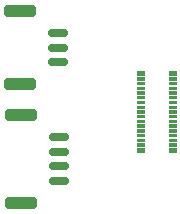
<source format=gbr>
%TF.GenerationSoftware,KiCad,Pcbnew,7.0.10*%
%TF.CreationDate,2024-02-02T13:19:37-05:00*%
%TF.ProjectId,quad_radio_adapter,71756164-5f72-4616-9469-6f5f61646170,rev?*%
%TF.SameCoordinates,Original*%
%TF.FileFunction,Paste,Bot*%
%TF.FilePolarity,Positive*%
%FSLAX46Y46*%
G04 Gerber Fmt 4.6, Leading zero omitted, Abs format (unit mm)*
G04 Created by KiCad (PCBNEW 7.0.10) date 2024-02-02 13:19:37*
%MOMM*%
%LPD*%
G01*
G04 APERTURE LIST*
G04 Aperture macros list*
%AMRoundRect*
0 Rectangle with rounded corners*
0 $1 Rounding radius*
0 $2 $3 $4 $5 $6 $7 $8 $9 X,Y pos of 4 corners*
0 Add a 4 corners polygon primitive as box body*
4,1,4,$2,$3,$4,$5,$6,$7,$8,$9,$2,$3,0*
0 Add four circle primitives for the rounded corners*
1,1,$1+$1,$2,$3*
1,1,$1+$1,$4,$5*
1,1,$1+$1,$6,$7*
1,1,$1+$1,$8,$9*
0 Add four rect primitives between the rounded corners*
20,1,$1+$1,$2,$3,$4,$5,0*
20,1,$1+$1,$4,$5,$6,$7,0*
20,1,$1+$1,$6,$7,$8,$9,0*
20,1,$1+$1,$8,$9,$2,$3,0*%
G04 Aperture macros list end*
%ADD10C,0.010000*%
%ADD11RoundRect,0.150000X0.700000X-0.150000X0.700000X0.150000X-0.700000X0.150000X-0.700000X-0.150000X0*%
%ADD12RoundRect,0.250000X1.100000X-0.250000X1.100000X0.250000X-1.100000X0.250000X-1.100000X-0.250000X0*%
G04 APERTURE END LIST*
%TO.C,J1*%
D10*
X105663000Y-96875000D02*
X105047000Y-96875000D01*
X105047000Y-96575000D01*
X105663000Y-96575000D01*
X105663000Y-96875000D01*
G36*
X105663000Y-96875000D02*
G01*
X105047000Y-96875000D01*
X105047000Y-96575000D01*
X105663000Y-96575000D01*
X105663000Y-96875000D01*
G37*
X102953000Y-96875000D02*
X102337000Y-96875000D01*
X102337000Y-96575000D01*
X102953000Y-96575000D01*
X102953000Y-96875000D01*
G36*
X102953000Y-96875000D02*
G01*
X102337000Y-96875000D01*
X102337000Y-96575000D01*
X102953000Y-96575000D01*
X102953000Y-96875000D01*
G37*
X105657400Y-97300000D02*
X105052600Y-97300000D01*
X105052600Y-97100000D01*
X105657400Y-97100000D01*
X105657400Y-97300000D01*
G36*
X105657400Y-97300000D02*
G01*
X105052600Y-97300000D01*
X105052600Y-97100000D01*
X105657400Y-97100000D01*
X105657400Y-97300000D01*
G37*
X102947400Y-97300000D02*
X102342600Y-97300000D01*
X102342600Y-97100000D01*
X102947400Y-97100000D01*
X102947400Y-97300000D01*
G36*
X102947400Y-97300000D02*
G01*
X102342600Y-97300000D01*
X102342600Y-97100000D01*
X102947400Y-97100000D01*
X102947400Y-97300000D01*
G37*
X105657400Y-97700000D02*
X105052600Y-97700000D01*
X105052600Y-97500000D01*
X105657400Y-97500000D01*
X105657400Y-97700000D01*
G36*
X105657400Y-97700000D02*
G01*
X105052600Y-97700000D01*
X105052600Y-97500000D01*
X105657400Y-97500000D01*
X105657400Y-97700000D01*
G37*
X102947400Y-97700000D02*
X102342600Y-97700000D01*
X102342600Y-97500000D01*
X102947400Y-97500000D01*
X102947400Y-97700000D01*
G36*
X102947400Y-97700000D02*
G01*
X102342600Y-97700000D01*
X102342600Y-97500000D01*
X102947400Y-97500000D01*
X102947400Y-97700000D01*
G37*
X105657400Y-98100000D02*
X105052600Y-98100000D01*
X105052600Y-97900000D01*
X105657400Y-97900000D01*
X105657400Y-98100000D01*
G36*
X105657400Y-98100000D02*
G01*
X105052600Y-98100000D01*
X105052600Y-97900000D01*
X105657400Y-97900000D01*
X105657400Y-98100000D01*
G37*
X102947400Y-98100000D02*
X102342600Y-98100000D01*
X102342600Y-97900000D01*
X102947400Y-97900000D01*
X102947400Y-98100000D01*
G36*
X102947400Y-98100000D02*
G01*
X102342600Y-98100000D01*
X102342600Y-97900000D01*
X102947400Y-97900000D01*
X102947400Y-98100000D01*
G37*
X105657400Y-98500000D02*
X105052600Y-98500000D01*
X105052600Y-98300000D01*
X105657400Y-98300000D01*
X105657400Y-98500000D01*
G36*
X105657400Y-98500000D02*
G01*
X105052600Y-98500000D01*
X105052600Y-98300000D01*
X105657400Y-98300000D01*
X105657400Y-98500000D01*
G37*
X102947400Y-98500000D02*
X102342600Y-98500000D01*
X102342600Y-98300000D01*
X102947400Y-98300000D01*
X102947400Y-98500000D01*
G36*
X102947400Y-98500000D02*
G01*
X102342600Y-98500000D01*
X102342600Y-98300000D01*
X102947400Y-98300000D01*
X102947400Y-98500000D01*
G37*
X105657400Y-98900000D02*
X105052600Y-98900000D01*
X105052600Y-98700000D01*
X105657400Y-98700000D01*
X105657400Y-98900000D01*
G36*
X105657400Y-98900000D02*
G01*
X105052600Y-98900000D01*
X105052600Y-98700000D01*
X105657400Y-98700000D01*
X105657400Y-98900000D01*
G37*
X102947400Y-98900000D02*
X102342600Y-98900000D01*
X102342600Y-98700000D01*
X102947400Y-98700000D01*
X102947400Y-98900000D01*
G36*
X102947400Y-98900000D02*
G01*
X102342600Y-98900000D01*
X102342600Y-98700000D01*
X102947400Y-98700000D01*
X102947400Y-98900000D01*
G37*
X105657400Y-99300000D02*
X105052600Y-99300000D01*
X105052600Y-99100000D01*
X105657400Y-99100000D01*
X105657400Y-99300000D01*
G36*
X105657400Y-99300000D02*
G01*
X105052600Y-99300000D01*
X105052600Y-99100000D01*
X105657400Y-99100000D01*
X105657400Y-99300000D01*
G37*
X102947400Y-99300000D02*
X102342600Y-99300000D01*
X102342600Y-99100000D01*
X102947400Y-99100000D01*
X102947400Y-99300000D01*
G36*
X102947400Y-99300000D02*
G01*
X102342600Y-99300000D01*
X102342600Y-99100000D01*
X102947400Y-99100000D01*
X102947400Y-99300000D01*
G37*
X105657400Y-99700000D02*
X105052600Y-99700000D01*
X105052600Y-99500000D01*
X105657400Y-99500000D01*
X105657400Y-99700000D01*
G36*
X105657400Y-99700000D02*
G01*
X105052600Y-99700000D01*
X105052600Y-99500000D01*
X105657400Y-99500000D01*
X105657400Y-99700000D01*
G37*
X102947400Y-99700000D02*
X102342600Y-99700000D01*
X102342600Y-99500000D01*
X102947400Y-99500000D01*
X102947400Y-99700000D01*
G36*
X102947400Y-99700000D02*
G01*
X102342600Y-99700000D01*
X102342600Y-99500000D01*
X102947400Y-99500000D01*
X102947400Y-99700000D01*
G37*
X105657400Y-100100000D02*
X105052600Y-100100000D01*
X105052600Y-99900000D01*
X105657400Y-99900000D01*
X105657400Y-100100000D01*
G36*
X105657400Y-100100000D02*
G01*
X105052600Y-100100000D01*
X105052600Y-99900000D01*
X105657400Y-99900000D01*
X105657400Y-100100000D01*
G37*
X102947400Y-100100000D02*
X102342600Y-100100000D01*
X102342600Y-99900000D01*
X102947400Y-99900000D01*
X102947400Y-100100000D01*
G36*
X102947400Y-100100000D02*
G01*
X102342600Y-100100000D01*
X102342600Y-99900000D01*
X102947400Y-99900000D01*
X102947400Y-100100000D01*
G37*
X105657400Y-100500000D02*
X105052600Y-100500000D01*
X105052600Y-100300000D01*
X105657400Y-100300000D01*
X105657400Y-100500000D01*
G36*
X105657400Y-100500000D02*
G01*
X105052600Y-100500000D01*
X105052600Y-100300000D01*
X105657400Y-100300000D01*
X105657400Y-100500000D01*
G37*
X102947400Y-100500000D02*
X102342600Y-100500000D01*
X102342600Y-100300000D01*
X102947400Y-100300000D01*
X102947400Y-100500000D01*
G36*
X102947400Y-100500000D02*
G01*
X102342600Y-100500000D01*
X102342600Y-100300000D01*
X102947400Y-100300000D01*
X102947400Y-100500000D01*
G37*
X105657400Y-100900000D02*
X105052600Y-100900000D01*
X105052600Y-100700000D01*
X105657400Y-100700000D01*
X105657400Y-100900000D01*
G36*
X105657400Y-100900000D02*
G01*
X105052600Y-100900000D01*
X105052600Y-100700000D01*
X105657400Y-100700000D01*
X105657400Y-100900000D01*
G37*
X102947400Y-100900000D02*
X102342600Y-100900000D01*
X102342600Y-100700000D01*
X102947400Y-100700000D01*
X102947400Y-100900000D01*
G36*
X102947400Y-100900000D02*
G01*
X102342600Y-100900000D01*
X102342600Y-100700000D01*
X102947400Y-100700000D01*
X102947400Y-100900000D01*
G37*
X105657400Y-101300000D02*
X105052600Y-101300000D01*
X105052600Y-101100000D01*
X105657400Y-101100000D01*
X105657400Y-101300000D01*
G36*
X105657400Y-101300000D02*
G01*
X105052600Y-101300000D01*
X105052600Y-101100000D01*
X105657400Y-101100000D01*
X105657400Y-101300000D01*
G37*
X102947400Y-101300000D02*
X102342600Y-101300000D01*
X102342600Y-101100000D01*
X102947400Y-101100000D01*
X102947400Y-101300000D01*
G36*
X102947400Y-101300000D02*
G01*
X102342600Y-101300000D01*
X102342600Y-101100000D01*
X102947400Y-101100000D01*
X102947400Y-101300000D01*
G37*
X105657400Y-101700000D02*
X105052600Y-101700000D01*
X105052600Y-101500000D01*
X105657400Y-101500000D01*
X105657400Y-101700000D01*
G36*
X105657400Y-101700000D02*
G01*
X105052600Y-101700000D01*
X105052600Y-101500000D01*
X105657400Y-101500000D01*
X105657400Y-101700000D01*
G37*
X102947400Y-101700000D02*
X102342600Y-101700000D01*
X102342600Y-101500000D01*
X102947400Y-101500000D01*
X102947400Y-101700000D01*
G36*
X102947400Y-101700000D02*
G01*
X102342600Y-101700000D01*
X102342600Y-101500000D01*
X102947400Y-101500000D01*
X102947400Y-101700000D01*
G37*
X105657400Y-102100000D02*
X105052600Y-102100000D01*
X105052600Y-101900000D01*
X105657400Y-101900000D01*
X105657400Y-102100000D01*
G36*
X105657400Y-102100000D02*
G01*
X105052600Y-102100000D01*
X105052600Y-101900000D01*
X105657400Y-101900000D01*
X105657400Y-102100000D01*
G37*
X102947400Y-102100000D02*
X102342600Y-102100000D01*
X102342600Y-101900000D01*
X102947400Y-101900000D01*
X102947400Y-102100000D01*
G36*
X102947400Y-102100000D02*
G01*
X102342600Y-102100000D01*
X102342600Y-101900000D01*
X102947400Y-101900000D01*
X102947400Y-102100000D01*
G37*
X105657400Y-102500000D02*
X105052600Y-102500000D01*
X105052600Y-102300000D01*
X105657400Y-102300000D01*
X105657400Y-102500000D01*
G36*
X105657400Y-102500000D02*
G01*
X105052600Y-102500000D01*
X105052600Y-102300000D01*
X105657400Y-102300000D01*
X105657400Y-102500000D01*
G37*
X102947400Y-102500000D02*
X102342600Y-102500000D01*
X102342600Y-102300000D01*
X102947400Y-102300000D01*
X102947400Y-102500000D01*
G36*
X102947400Y-102500000D02*
G01*
X102342600Y-102500000D01*
X102342600Y-102300000D01*
X102947400Y-102300000D01*
X102947400Y-102500000D01*
G37*
X105657400Y-102900000D02*
X105052600Y-102900000D01*
X105052600Y-102700000D01*
X105657400Y-102700000D01*
X105657400Y-102900000D01*
G36*
X105657400Y-102900000D02*
G01*
X105052600Y-102900000D01*
X105052600Y-102700000D01*
X105657400Y-102700000D01*
X105657400Y-102900000D01*
G37*
X102947400Y-102900000D02*
X102342600Y-102900000D01*
X102342600Y-102700000D01*
X102947400Y-102700000D01*
X102947400Y-102900000D01*
G36*
X102947400Y-102900000D02*
G01*
X102342600Y-102900000D01*
X102342600Y-102700000D01*
X102947400Y-102700000D01*
X102947400Y-102900000D01*
G37*
X105663000Y-103425000D02*
X105047000Y-103425000D01*
X105047000Y-103125000D01*
X105663000Y-103125000D01*
X105663000Y-103425000D01*
G36*
X105663000Y-103425000D02*
G01*
X105047000Y-103425000D01*
X105047000Y-103125000D01*
X105663000Y-103125000D01*
X105663000Y-103425000D01*
G37*
X102953000Y-103425000D02*
X102337000Y-103425000D01*
X102337000Y-103125000D01*
X102953000Y-103125000D01*
X102953000Y-103425000D01*
G36*
X102953000Y-103425000D02*
G01*
X102337000Y-103425000D01*
X102337000Y-103125000D01*
X102953000Y-103125000D01*
X102953000Y-103425000D01*
G37*
%TD*%
D11*
%TO.C,J4*%
X95765238Y-105900000D03*
X95765238Y-104650000D03*
X95765238Y-103400000D03*
X95765238Y-102150000D03*
D12*
X92565238Y-107750000D03*
X92565238Y-100300000D03*
%TD*%
D11*
%TO.C,J5*%
X95665238Y-95850000D03*
X95665238Y-94600000D03*
X95665238Y-93350000D03*
D12*
X92465238Y-97700000D03*
X92465238Y-91500000D03*
%TD*%
M02*

</source>
